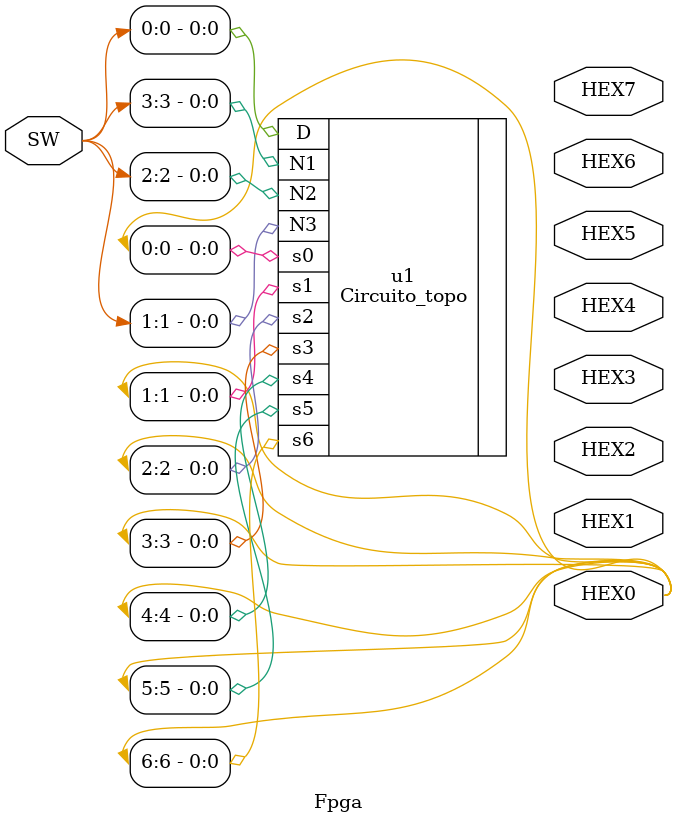
<source format=v>

module Fpga(

	//////////// SW //////////
	input 		    [17:0]		SW,

	//////////// SEG7 //////////
	output		     [6:0]		HEX0,
	output		     [6:0]		HEX1,
	output		     [6:0]		HEX2,
	output		     [6:0]		HEX3,
	output		     [6:0]		HEX4,
	output		     [6:0]		HEX5,
	output		     [6:0]		HEX6,
	output		     [6:0]		HEX7
);



//=======================================================
//  REG/WIRE declarations
//=======================================================
// instancia

Circuito_topo u1(.D(SW[0]), .N1(SW[3]), .N2(SW[2]), .N3(SW[1]), .s0(HEX0[0]), .s1(HEX0[1]), .s2(HEX0[2]), .s3(HEX0[3]), .s4(HEX0[4]), .s5(HEX0[5]), .s6(HEX0[6]));

//=======================================================
//  Structural coding
//=======================================================



endmodule
</source>
